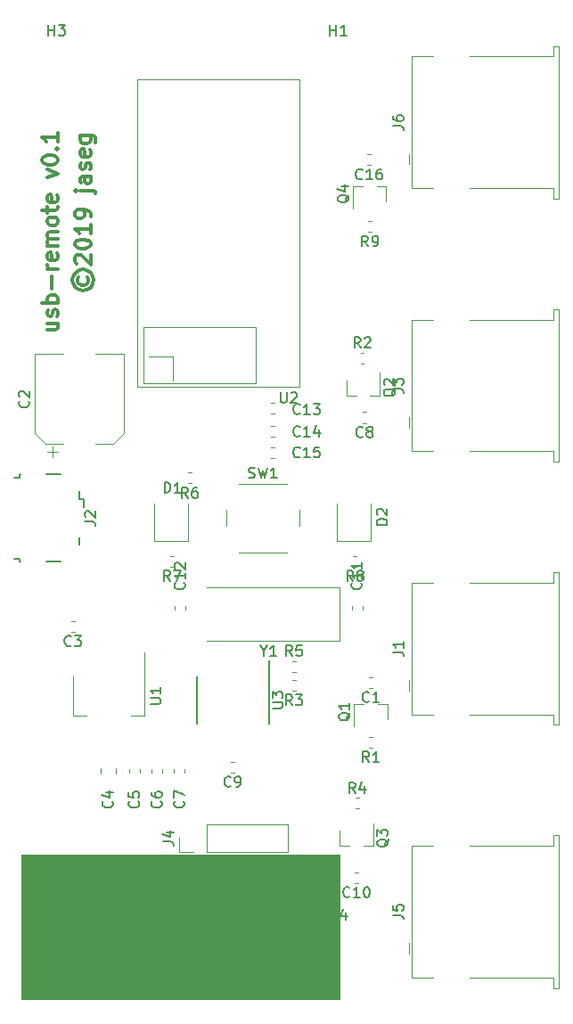
<source format=gbr>
G04 #@! TF.GenerationSoftware,KiCad,Pcbnew,(5.99.0-52-gefbc802f4)*
G04 #@! TF.CreationDate,2019-10-28T15:02:12+01:00*
G04 #@! TF.ProjectId,remote,72656d6f-7465-42e6-9b69-6361645f7063,rev?*
G04 #@! TF.SameCoordinates,Original*
G04 #@! TF.FileFunction,Legend,Top*
G04 #@! TF.FilePolarity,Positive*
%FSLAX46Y46*%
G04 Gerber Fmt 4.6, Leading zero omitted, Abs format (unit mm)*
G04 Created by KiCad (PCBNEW (5.99.0-52-gefbc802f4)) date 2019-10-28 15:02:12*
%MOMM*%
%LPD*%
G04 APERTURE LIST*
%ADD10C,0.100000*%
%ADD11C,0.300000*%
%ADD12C,0.120000*%
%ADD13C,0.150000*%
G04 APERTURE END LIST*
D10*
G36*
X182100000Y-164800000D02*
G01*
X151900000Y-164800000D01*
X151900000Y-151100000D01*
X182100000Y-151100000D01*
X182100000Y-164800000D01*
X182100000Y-164800000D01*
G37*
X182100000Y-164800000D02*
X151900000Y-164800000D01*
X151900000Y-151100000D01*
X182100000Y-151100000D01*
X182100000Y-164800000D01*
D11*
X157335714Y-96207142D02*
X157264285Y-96350000D01*
X157264285Y-96635714D01*
X157335714Y-96778571D01*
X157478571Y-96921428D01*
X157621428Y-96992857D01*
X157907142Y-96992857D01*
X158050000Y-96921428D01*
X158192857Y-96778571D01*
X158264285Y-96635714D01*
X158264285Y-96350000D01*
X158192857Y-96207142D01*
X156764285Y-96492857D02*
X156835714Y-96850000D01*
X157050000Y-97207142D01*
X157407142Y-97421428D01*
X157764285Y-97492857D01*
X158121428Y-97421428D01*
X158478571Y-97207142D01*
X158692857Y-96850000D01*
X158764285Y-96492857D01*
X158692857Y-96135714D01*
X158478571Y-95778571D01*
X158121428Y-95564285D01*
X157764285Y-95492857D01*
X157407142Y-95564285D01*
X157050000Y-95778571D01*
X156835714Y-96135714D01*
X156764285Y-96492857D01*
X157121428Y-94921428D02*
X157050000Y-94850000D01*
X156978571Y-94707142D01*
X156978571Y-94350000D01*
X157050000Y-94207142D01*
X157121428Y-94135714D01*
X157264285Y-94064285D01*
X157407142Y-94064285D01*
X157621428Y-94135714D01*
X158478571Y-94992857D01*
X158478571Y-94064285D01*
X156978571Y-93135714D02*
X156978571Y-92992857D01*
X157050000Y-92850000D01*
X157121428Y-92778571D01*
X157264285Y-92707142D01*
X157550000Y-92635714D01*
X157907142Y-92635714D01*
X158192857Y-92707142D01*
X158335714Y-92778571D01*
X158407142Y-92850000D01*
X158478571Y-92992857D01*
X158478571Y-93135714D01*
X158407142Y-93278571D01*
X158335714Y-93350000D01*
X158192857Y-93421428D01*
X157907142Y-93492857D01*
X157550000Y-93492857D01*
X157264285Y-93421428D01*
X157121428Y-93350000D01*
X157050000Y-93278571D01*
X156978571Y-93135714D01*
X158478571Y-91207142D02*
X158478571Y-92064285D01*
X158478571Y-91635714D02*
X156978571Y-91635714D01*
X157192857Y-91778571D01*
X157335714Y-91921428D01*
X157407142Y-92064285D01*
X158478571Y-90492857D02*
X158478571Y-90207142D01*
X158407142Y-90064285D01*
X158335714Y-89992857D01*
X158121428Y-89850000D01*
X157835714Y-89778571D01*
X157264285Y-89778571D01*
X157121428Y-89850000D01*
X157050000Y-89921428D01*
X156978571Y-90064285D01*
X156978571Y-90350000D01*
X157050000Y-90492857D01*
X157121428Y-90564285D01*
X157264285Y-90635714D01*
X157621428Y-90635714D01*
X157764285Y-90564285D01*
X157835714Y-90492857D01*
X157907142Y-90350000D01*
X157907142Y-90064285D01*
X157835714Y-89921428D01*
X157764285Y-89850000D01*
X157621428Y-89778571D01*
X157478571Y-87992857D02*
X158764285Y-87992857D01*
X158907142Y-88064285D01*
X158978571Y-88207142D01*
X158978571Y-88278571D01*
X156978571Y-87992857D02*
X157050000Y-88064285D01*
X157121428Y-87992857D01*
X157050000Y-87921428D01*
X156978571Y-87992857D01*
X157121428Y-87992857D01*
X158478571Y-86635714D02*
X157692857Y-86635714D01*
X157550000Y-86707142D01*
X157478571Y-86850000D01*
X157478571Y-87135714D01*
X157550000Y-87278571D01*
X158407142Y-86635714D02*
X158478571Y-86778571D01*
X158478571Y-87135714D01*
X158407142Y-87278571D01*
X158264285Y-87350000D01*
X158121428Y-87350000D01*
X157978571Y-87278571D01*
X157907142Y-87135714D01*
X157907142Y-86778571D01*
X157835714Y-86635714D01*
X158407142Y-85992857D02*
X158478571Y-85850000D01*
X158478571Y-85564285D01*
X158407142Y-85421428D01*
X158264285Y-85350000D01*
X158192857Y-85350000D01*
X158050000Y-85421428D01*
X157978571Y-85564285D01*
X157978571Y-85778571D01*
X157907142Y-85921428D01*
X157764285Y-85992857D01*
X157692857Y-85992857D01*
X157550000Y-85921428D01*
X157478571Y-85778571D01*
X157478571Y-85564285D01*
X157550000Y-85421428D01*
X158407142Y-84135714D02*
X158478571Y-84278571D01*
X158478571Y-84564285D01*
X158407142Y-84707142D01*
X158264285Y-84778571D01*
X157692857Y-84778571D01*
X157550000Y-84707142D01*
X157478571Y-84564285D01*
X157478571Y-84278571D01*
X157550000Y-84135714D01*
X157692857Y-84064285D01*
X157835714Y-84064285D01*
X157978571Y-84778571D01*
X157478571Y-82778571D02*
X158692857Y-82778571D01*
X158835714Y-82850000D01*
X158907142Y-82921428D01*
X158978571Y-83064285D01*
X158978571Y-83278571D01*
X158907142Y-83421428D01*
X158407142Y-82778571D02*
X158478571Y-82921428D01*
X158478571Y-83207142D01*
X158407142Y-83350000D01*
X158335714Y-83421428D01*
X158192857Y-83492857D01*
X157764285Y-83492857D01*
X157621428Y-83421428D01*
X157550000Y-83350000D01*
X157478571Y-83207142D01*
X157478571Y-82921428D01*
X157550000Y-82778571D01*
X154378571Y-100578571D02*
X155378571Y-100578571D01*
X154378571Y-101221428D02*
X155164285Y-101221428D01*
X155307142Y-101150000D01*
X155378571Y-101007142D01*
X155378571Y-100792857D01*
X155307142Y-100650000D01*
X155235714Y-100578571D01*
X155307142Y-99935714D02*
X155378571Y-99792857D01*
X155378571Y-99507142D01*
X155307142Y-99364285D01*
X155164285Y-99292857D01*
X155092857Y-99292857D01*
X154950000Y-99364285D01*
X154878571Y-99507142D01*
X154878571Y-99721428D01*
X154807142Y-99864285D01*
X154664285Y-99935714D01*
X154592857Y-99935714D01*
X154450000Y-99864285D01*
X154378571Y-99721428D01*
X154378571Y-99507142D01*
X154450000Y-99364285D01*
X155378571Y-98650000D02*
X153878571Y-98650000D01*
X154450000Y-98650000D02*
X154378571Y-98507142D01*
X154378571Y-98221428D01*
X154450000Y-98078571D01*
X154521428Y-98007142D01*
X154664285Y-97935714D01*
X155092857Y-97935714D01*
X155235714Y-98007142D01*
X155307142Y-98078571D01*
X155378571Y-98221428D01*
X155378571Y-98507142D01*
X155307142Y-98650000D01*
X154807142Y-97292857D02*
X154807142Y-96150000D01*
X155378571Y-95435714D02*
X154378571Y-95435714D01*
X154664285Y-95435714D02*
X154521428Y-95364285D01*
X154450000Y-95292857D01*
X154378571Y-95150000D01*
X154378571Y-95007142D01*
X155307142Y-93935714D02*
X155378571Y-94078571D01*
X155378571Y-94364285D01*
X155307142Y-94507142D01*
X155164285Y-94578571D01*
X154592857Y-94578571D01*
X154450000Y-94507142D01*
X154378571Y-94364285D01*
X154378571Y-94078571D01*
X154450000Y-93935714D01*
X154592857Y-93864285D01*
X154735714Y-93864285D01*
X154878571Y-94578571D01*
X155378571Y-93221428D02*
X154378571Y-93221428D01*
X154521428Y-93221428D02*
X154450000Y-93150000D01*
X154378571Y-93007142D01*
X154378571Y-92792857D01*
X154450000Y-92650000D01*
X154592857Y-92578571D01*
X155378571Y-92578571D01*
X154592857Y-92578571D02*
X154450000Y-92507142D01*
X154378571Y-92364285D01*
X154378571Y-92150000D01*
X154450000Y-92007142D01*
X154592857Y-91935714D01*
X155378571Y-91935714D01*
X155378571Y-91007142D02*
X155307142Y-91150000D01*
X155235714Y-91221428D01*
X155092857Y-91292857D01*
X154664285Y-91292857D01*
X154521428Y-91221428D01*
X154450000Y-91150000D01*
X154378571Y-91007142D01*
X154378571Y-90792857D01*
X154450000Y-90650000D01*
X154521428Y-90578571D01*
X154664285Y-90507142D01*
X155092857Y-90507142D01*
X155235714Y-90578571D01*
X155307142Y-90650000D01*
X155378571Y-90792857D01*
X155378571Y-91007142D01*
X154378571Y-90078571D02*
X154378571Y-89507142D01*
X153878571Y-89864285D02*
X155164285Y-89864285D01*
X155307142Y-89792857D01*
X155378571Y-89650000D01*
X155378571Y-89507142D01*
X155307142Y-88435714D02*
X155378571Y-88578571D01*
X155378571Y-88864285D01*
X155307142Y-89007142D01*
X155164285Y-89078571D01*
X154592857Y-89078571D01*
X154450000Y-89007142D01*
X154378571Y-88864285D01*
X154378571Y-88578571D01*
X154450000Y-88435714D01*
X154592857Y-88364285D01*
X154735714Y-88364285D01*
X154878571Y-89078571D01*
X154378571Y-86721428D02*
X155378571Y-86364285D01*
X154378571Y-86007142D01*
X153878571Y-85150000D02*
X153878571Y-85007142D01*
X153950000Y-84864285D01*
X154021428Y-84792857D01*
X154164285Y-84721428D01*
X154450000Y-84650000D01*
X154807142Y-84650000D01*
X155092857Y-84721428D01*
X155235714Y-84792857D01*
X155307142Y-84864285D01*
X155378571Y-85007142D01*
X155378571Y-85150000D01*
X155307142Y-85292857D01*
X155235714Y-85364285D01*
X155092857Y-85435714D01*
X154807142Y-85507142D01*
X154450000Y-85507142D01*
X154164285Y-85435714D01*
X154021428Y-85364285D01*
X153950000Y-85292857D01*
X153878571Y-85150000D01*
X155235714Y-84007142D02*
X155307142Y-83935714D01*
X155378571Y-84007142D01*
X155307142Y-84078571D01*
X155235714Y-84007142D01*
X155378571Y-84007142D01*
X155378571Y-82507142D02*
X155378571Y-83364285D01*
X155378571Y-82935714D02*
X153878571Y-82935714D01*
X154092857Y-83078571D01*
X154235714Y-83221428D01*
X154307142Y-83364285D01*
D12*
X169500000Y-130750000D02*
X182100000Y-130750000D01*
X182100000Y-130750000D02*
X182100000Y-125650000D01*
X182100000Y-125650000D02*
X169500000Y-125650000D01*
D13*
X168550000Y-134175000D02*
X168550000Y-138625000D01*
X175450000Y-132650000D02*
X175450000Y-138625000D01*
D12*
X163476000Y-106270000D02*
X163476000Y-100936000D01*
X163476000Y-100936000D02*
X174144000Y-100936000D01*
X174144000Y-100936000D02*
X174144000Y-106270000D01*
X174144000Y-106270000D02*
X174144000Y-106270000D01*
X163984000Y-103730000D02*
X166270000Y-103730000D01*
X166270000Y-103730000D02*
X166270000Y-106016000D01*
X166270000Y-106016000D02*
X166270000Y-106016000D01*
X162900000Y-106600000D02*
X162900000Y-77400000D01*
X162900000Y-77400000D02*
X178350000Y-77400000D01*
X178350000Y-77400000D02*
X178350000Y-106600000D01*
X178350000Y-106600000D02*
X162900000Y-106600000D01*
X162900000Y-106600000D02*
X162900000Y-106600000D01*
X174144000Y-106270000D02*
X163476000Y-106270000D01*
X163476000Y-106270000D02*
X163476000Y-106270000D01*
X156790000Y-137910000D02*
X158050000Y-137910000D01*
X163610000Y-137910000D02*
X162350000Y-137910000D01*
X156790000Y-134150000D02*
X156790000Y-137910000D01*
X163610000Y-131900000D02*
X163610000Y-137910000D01*
X172600000Y-122350000D02*
X177100000Y-122350000D01*
X171350000Y-118350000D02*
X171350000Y-119850000D01*
X177100000Y-115850000D02*
X172600000Y-115850000D01*
X178350000Y-119850000D02*
X178350000Y-118350000D01*
X185175279Y-91910000D02*
X184849721Y-91910000D01*
X185175279Y-90890000D02*
X184849721Y-90890000D01*
X183762779Y-123710000D02*
X183437221Y-123710000D01*
X183762779Y-122690000D02*
X183437221Y-122690000D01*
X166362779Y-123710000D02*
X166037221Y-123710000D01*
X166362779Y-122690000D02*
X166037221Y-122690000D01*
X168062779Y-115810000D02*
X167737221Y-115810000D01*
X168062779Y-114790000D02*
X167737221Y-114790000D01*
X177962779Y-133710000D02*
X177637221Y-133710000D01*
X177962779Y-132690000D02*
X177637221Y-132690000D01*
X183637221Y-145690000D02*
X183962779Y-145690000D01*
X183637221Y-146710000D02*
X183962779Y-146710000D01*
X177962779Y-135510000D02*
X177637221Y-135510000D01*
X177962779Y-134490000D02*
X177637221Y-134490000D01*
X184137221Y-103390000D02*
X184462779Y-103390000D01*
X184137221Y-104410000D02*
X184462779Y-104410000D01*
X185275279Y-140910000D02*
X184949721Y-140910000D01*
X185275279Y-139890000D02*
X184949721Y-139890000D01*
X186580000Y-87540000D02*
X185650000Y-87540000D01*
X183420000Y-87540000D02*
X184350000Y-87540000D01*
X183420000Y-87540000D02*
X183420000Y-89700000D01*
X186580000Y-87540000D02*
X186580000Y-89000000D01*
X182170000Y-150260000D02*
X183100000Y-150260000D01*
X185330000Y-150260000D02*
X184400000Y-150260000D01*
X185330000Y-150260000D02*
X185330000Y-148100000D01*
X182170000Y-150260000D02*
X182170000Y-148800000D01*
X182820000Y-107460000D02*
X183750000Y-107460000D01*
X185980000Y-107460000D02*
X185050000Y-107460000D01*
X185980000Y-107460000D02*
X185980000Y-105300000D01*
X182820000Y-107460000D02*
X182820000Y-106000000D01*
X186680000Y-136740000D02*
X185750000Y-136740000D01*
X183520000Y-136740000D02*
X184450000Y-136740000D01*
X183520000Y-136740000D02*
X183520000Y-138900000D01*
X186680000Y-136740000D02*
X186680000Y-138200000D01*
X188740000Y-85500000D02*
X188740000Y-84500000D01*
X202490000Y-88750000D02*
X202990000Y-88750000D01*
X202490000Y-87750000D02*
X202490000Y-88750000D01*
X194490000Y-87750000D02*
X202490000Y-87750000D01*
X188990000Y-87750000D02*
X190990000Y-87750000D01*
X188990000Y-75250000D02*
X188990000Y-87750000D01*
X190990000Y-75250000D02*
X188990000Y-75250000D01*
X202490000Y-75250000D02*
X194490000Y-75250000D01*
X202490000Y-74250000D02*
X202490000Y-75250000D01*
X202990000Y-74250000D02*
X202490000Y-74250000D01*
X202990000Y-88750000D02*
X202990000Y-74250000D01*
X188740000Y-160500000D02*
X188740000Y-159500000D01*
X202490000Y-163750000D02*
X202990000Y-163750000D01*
X202490000Y-162750000D02*
X202490000Y-163750000D01*
X194490000Y-162750000D02*
X202490000Y-162750000D01*
X188990000Y-162750000D02*
X190990000Y-162750000D01*
X188990000Y-150250000D02*
X188990000Y-162750000D01*
X190990000Y-150250000D02*
X188990000Y-150250000D01*
X202490000Y-150250000D02*
X194490000Y-150250000D01*
X202490000Y-149250000D02*
X202490000Y-150250000D01*
X202990000Y-149250000D02*
X202490000Y-149250000D01*
X202990000Y-163750000D02*
X202990000Y-149250000D01*
X177200000Y-150830000D02*
X177200000Y-148170000D01*
X169520000Y-150830000D02*
X177200000Y-150830000D01*
X169520000Y-148170000D02*
X177200000Y-148170000D01*
X169520000Y-150830000D02*
X169520000Y-148170000D01*
X168250000Y-150830000D02*
X166920000Y-150830000D01*
X166920000Y-150830000D02*
X166920000Y-149500000D01*
X188740000Y-110500000D02*
X188740000Y-109500000D01*
X202490000Y-113750000D02*
X202990000Y-113750000D01*
X202490000Y-112750000D02*
X202490000Y-113750000D01*
X194490000Y-112750000D02*
X202490000Y-112750000D01*
X188990000Y-112750000D02*
X190990000Y-112750000D01*
X188990000Y-100250000D02*
X188990000Y-112750000D01*
X190990000Y-100250000D02*
X188990000Y-100250000D01*
X202490000Y-100250000D02*
X194490000Y-100250000D01*
X202490000Y-99250000D02*
X202490000Y-100250000D01*
X202990000Y-99250000D02*
X202490000Y-99250000D01*
X202990000Y-113750000D02*
X202990000Y-99250000D01*
D13*
X155650000Y-114950000D02*
X154250000Y-114950000D01*
X151850000Y-114950000D02*
X151700000Y-114950000D01*
X151700000Y-114950000D02*
X151700000Y-115250000D01*
X151700000Y-115250000D02*
X151250000Y-115250000D01*
X151250000Y-122950000D02*
X151700000Y-122950000D01*
X151700000Y-122950000D02*
X151700000Y-123250000D01*
X151700000Y-123250000D02*
X151850000Y-123250000D01*
X154250000Y-123250000D02*
X155650000Y-123250000D01*
X157825000Y-118025000D02*
X157825000Y-117300000D01*
X157825000Y-117300000D02*
X157400000Y-117300000D01*
X157400000Y-117300000D02*
X157400000Y-116575000D01*
X157400000Y-120900000D02*
X157400000Y-121625000D01*
D12*
X188740000Y-135500000D02*
X188740000Y-134500000D01*
X202490000Y-138750000D02*
X202990000Y-138750000D01*
X202490000Y-137750000D02*
X202490000Y-138750000D01*
X194490000Y-137750000D02*
X202490000Y-137750000D01*
X188990000Y-137750000D02*
X190990000Y-137750000D01*
X188990000Y-125250000D02*
X188990000Y-137750000D01*
X190990000Y-125250000D02*
X188990000Y-125250000D01*
X202490000Y-125250000D02*
X194490000Y-125250000D01*
X202490000Y-124250000D02*
X202490000Y-125250000D01*
X202990000Y-124250000D02*
X202490000Y-124250000D01*
X202990000Y-138750000D02*
X202990000Y-124250000D01*
X181900000Y-117700000D02*
X181900000Y-121300000D01*
X185100000Y-117700000D02*
X185100000Y-121300000D01*
X181900000Y-121300000D02*
X185100000Y-121300000D01*
X164500000Y-117700000D02*
X164500000Y-121300000D01*
X167700000Y-117700000D02*
X167700000Y-121300000D01*
X164500000Y-121300000D02*
X167700000Y-121300000D01*
X185112779Y-85560000D02*
X184787221Y-85560000D01*
X185112779Y-84540000D02*
X184787221Y-84540000D01*
X175962779Y-113410000D02*
X175637221Y-113410000D01*
X175962779Y-112390000D02*
X175637221Y-112390000D01*
X175925279Y-111410000D02*
X175599721Y-111410000D01*
X175925279Y-110390000D02*
X175599721Y-110390000D01*
X175925279Y-109160000D02*
X175599721Y-109160000D01*
X175925279Y-108140000D02*
X175599721Y-108140000D01*
X166490000Y-127762779D02*
X166490000Y-127437221D01*
X167510000Y-127762779D02*
X167510000Y-127437221D01*
X183290000Y-127762779D02*
X183290000Y-127437221D01*
X184310000Y-127762779D02*
X184310000Y-127437221D01*
X183912779Y-153760000D02*
X183587221Y-153760000D01*
X183912779Y-152740000D02*
X183587221Y-152740000D01*
X172125279Y-143260000D02*
X171799721Y-143260000D01*
X172125279Y-142240000D02*
X171799721Y-142240000D01*
X184662779Y-110060000D02*
X184337221Y-110060000D01*
X184662779Y-109040000D02*
X184337221Y-109040000D01*
X167410000Y-142937221D02*
X167410000Y-143262779D01*
X166390000Y-142937221D02*
X166390000Y-143262779D01*
X165260000Y-142937221D02*
X165260000Y-143262779D01*
X164240000Y-142937221D02*
X164240000Y-143262779D01*
X163160000Y-142937221D02*
X163160000Y-143262779D01*
X162140000Y-142937221D02*
X162140000Y-143262779D01*
X160860000Y-142841422D02*
X160860000Y-143358578D01*
X159440000Y-142841422D02*
X159440000Y-143358578D01*
X156962779Y-129910000D02*
X156637221Y-129910000D01*
X156962779Y-128890000D02*
X156637221Y-128890000D01*
X161660000Y-103540000D02*
X158910000Y-103540000D01*
X153140000Y-103540000D02*
X155890000Y-103540000D01*
X153140000Y-110995563D02*
X153140000Y-103540000D01*
X161660000Y-110995563D02*
X161660000Y-103540000D01*
X160595563Y-112060000D02*
X158910000Y-112060000D01*
X154204437Y-112060000D02*
X155890000Y-112060000D01*
X154204437Y-112060000D02*
X153140000Y-110995563D01*
X160595563Y-112060000D02*
X161660000Y-110995563D01*
X154890000Y-113300000D02*
X154890000Y-112300000D01*
X154390000Y-112800000D02*
X155390000Y-112800000D01*
X185262779Y-135210000D02*
X184937221Y-135210000D01*
X185262779Y-134190000D02*
X184937221Y-134190000D01*
D13*
X174923809Y-131726190D02*
X174923809Y-132202380D01*
X174590476Y-131202380D02*
X174923809Y-131726190D01*
X175257142Y-131202380D01*
X176114285Y-132202380D02*
X175542857Y-132202380D01*
X175828571Y-132202380D02*
X175828571Y-131202380D01*
X175733333Y-131345238D01*
X175638095Y-131440476D01*
X175542857Y-131488095D01*
X181238095Y-157252380D02*
X181238095Y-156252380D01*
X181238095Y-156728571D02*
X181809523Y-156728571D01*
X181809523Y-157252380D02*
X181809523Y-156252380D01*
X182714285Y-156585714D02*
X182714285Y-157252380D01*
X182476190Y-156204761D02*
X182238095Y-156919047D01*
X182857142Y-156919047D01*
X154488095Y-73252380D02*
X154488095Y-72252380D01*
X154488095Y-72728571D02*
X155059523Y-72728571D01*
X155059523Y-73252380D02*
X155059523Y-72252380D01*
X155440476Y-72252380D02*
X156059523Y-72252380D01*
X155726190Y-72633333D01*
X155869047Y-72633333D01*
X155964285Y-72680952D01*
X156011904Y-72728571D01*
X156059523Y-72823809D01*
X156059523Y-73061904D01*
X156011904Y-73157142D01*
X155964285Y-73204761D01*
X155869047Y-73252380D01*
X155583333Y-73252380D01*
X155488095Y-73204761D01*
X155440476Y-73157142D01*
X154488095Y-157252380D02*
X154488095Y-156252380D01*
X154488095Y-156728571D02*
X155059523Y-156728571D01*
X155059523Y-157252380D02*
X155059523Y-156252380D01*
X155488095Y-156347619D02*
X155535714Y-156300000D01*
X155630952Y-156252380D01*
X155869047Y-156252380D01*
X155964285Y-156300000D01*
X156011904Y-156347619D01*
X156059523Y-156442857D01*
X156059523Y-156538095D01*
X156011904Y-156680952D01*
X155440476Y-157252380D01*
X156059523Y-157252380D01*
X181238095Y-73252380D02*
X181238095Y-72252380D01*
X181238095Y-72728571D02*
X181809523Y-72728571D01*
X181809523Y-73252380D02*
X181809523Y-72252380D01*
X182809523Y-73252380D02*
X182238095Y-73252380D01*
X182523809Y-73252380D02*
X182523809Y-72252380D01*
X182428571Y-72395238D01*
X182333333Y-72490476D01*
X182238095Y-72538095D01*
X175752380Y-137161904D02*
X176561904Y-137161904D01*
X176657142Y-137114285D01*
X176704761Y-137066666D01*
X176752380Y-136971428D01*
X176752380Y-136780952D01*
X176704761Y-136685714D01*
X176657142Y-136638095D01*
X176561904Y-136590476D01*
X175752380Y-136590476D01*
X175752380Y-136209523D02*
X175752380Y-135590476D01*
X176133333Y-135923809D01*
X176133333Y-135780952D01*
X176180952Y-135685714D01*
X176228571Y-135638095D01*
X176323809Y-135590476D01*
X176561904Y-135590476D01*
X176657142Y-135638095D01*
X176704761Y-135685714D01*
X176752380Y-135780952D01*
X176752380Y-136066666D01*
X176704761Y-136161904D01*
X176657142Y-136209523D01*
X176538095Y-107152380D02*
X176538095Y-107961904D01*
X176585714Y-108057142D01*
X176633333Y-108104761D01*
X176728571Y-108152380D01*
X176919047Y-108152380D01*
X177014285Y-108104761D01*
X177061904Y-108057142D01*
X177109523Y-107961904D01*
X177109523Y-107152380D01*
X177538095Y-107247619D02*
X177585714Y-107200000D01*
X177680952Y-107152380D01*
X177919047Y-107152380D01*
X178014285Y-107200000D01*
X178061904Y-107247619D01*
X178109523Y-107342857D01*
X178109523Y-107438095D01*
X178061904Y-107580952D01*
X177490476Y-108152380D01*
X178109523Y-108152380D01*
X164152380Y-136761904D02*
X164961904Y-136761904D01*
X165057142Y-136714285D01*
X165104761Y-136666666D01*
X165152380Y-136571428D01*
X165152380Y-136380952D01*
X165104761Y-136285714D01*
X165057142Y-136238095D01*
X164961904Y-136190476D01*
X164152380Y-136190476D01*
X165152380Y-135190476D02*
X165152380Y-135761904D01*
X165152380Y-135476190D02*
X164152380Y-135476190D01*
X164295238Y-135571428D01*
X164390476Y-135666666D01*
X164438095Y-135761904D01*
X173516666Y-115254761D02*
X173659523Y-115302380D01*
X173897619Y-115302380D01*
X173992857Y-115254761D01*
X174040476Y-115207142D01*
X174088095Y-115111904D01*
X174088095Y-115016666D01*
X174040476Y-114921428D01*
X173992857Y-114873809D01*
X173897619Y-114826190D01*
X173707142Y-114778571D01*
X173611904Y-114730952D01*
X173564285Y-114683333D01*
X173516666Y-114588095D01*
X173516666Y-114492857D01*
X173564285Y-114397619D01*
X173611904Y-114350000D01*
X173707142Y-114302380D01*
X173945238Y-114302380D01*
X174088095Y-114350000D01*
X174421428Y-114302380D02*
X174659523Y-115302380D01*
X174850000Y-114588095D01*
X175040476Y-115302380D01*
X175278571Y-114302380D01*
X176183333Y-115302380D02*
X175611904Y-115302380D01*
X175897619Y-115302380D02*
X175897619Y-114302380D01*
X175802380Y-114445238D01*
X175707142Y-114540476D01*
X175611904Y-114588095D01*
X184845833Y-93282380D02*
X184512500Y-92806190D01*
X184274404Y-93282380D02*
X184274404Y-92282380D01*
X184655357Y-92282380D01*
X184750595Y-92330000D01*
X184798214Y-92377619D01*
X184845833Y-92472857D01*
X184845833Y-92615714D01*
X184798214Y-92710952D01*
X184750595Y-92758571D01*
X184655357Y-92806190D01*
X184274404Y-92806190D01*
X185322023Y-93282380D02*
X185512500Y-93282380D01*
X185607738Y-93234761D01*
X185655357Y-93187142D01*
X185750595Y-93044285D01*
X185798214Y-92853809D01*
X185798214Y-92472857D01*
X185750595Y-92377619D01*
X185702976Y-92330000D01*
X185607738Y-92282380D01*
X185417261Y-92282380D01*
X185322023Y-92330000D01*
X185274404Y-92377619D01*
X185226785Y-92472857D01*
X185226785Y-92710952D01*
X185274404Y-92806190D01*
X185322023Y-92853809D01*
X185417261Y-92901428D01*
X185607738Y-92901428D01*
X185702976Y-92853809D01*
X185750595Y-92806190D01*
X185798214Y-92710952D01*
X183433333Y-125082380D02*
X183100000Y-124606190D01*
X182861904Y-125082380D02*
X182861904Y-124082380D01*
X183242857Y-124082380D01*
X183338095Y-124130000D01*
X183385714Y-124177619D01*
X183433333Y-124272857D01*
X183433333Y-124415714D01*
X183385714Y-124510952D01*
X183338095Y-124558571D01*
X183242857Y-124606190D01*
X182861904Y-124606190D01*
X184004761Y-124510952D02*
X183909523Y-124463333D01*
X183861904Y-124415714D01*
X183814285Y-124320476D01*
X183814285Y-124272857D01*
X183861904Y-124177619D01*
X183909523Y-124130000D01*
X184004761Y-124082380D01*
X184195238Y-124082380D01*
X184290476Y-124130000D01*
X184338095Y-124177619D01*
X184385714Y-124272857D01*
X184385714Y-124320476D01*
X184338095Y-124415714D01*
X184290476Y-124463333D01*
X184195238Y-124510952D01*
X184004761Y-124510952D01*
X183909523Y-124558571D01*
X183861904Y-124606190D01*
X183814285Y-124701428D01*
X183814285Y-124891904D01*
X183861904Y-124987142D01*
X183909523Y-125034761D01*
X184004761Y-125082380D01*
X184195238Y-125082380D01*
X184290476Y-125034761D01*
X184338095Y-124987142D01*
X184385714Y-124891904D01*
X184385714Y-124701428D01*
X184338095Y-124606190D01*
X184290476Y-124558571D01*
X184195238Y-124510952D01*
X166033333Y-125082380D02*
X165700000Y-124606190D01*
X165461904Y-125082380D02*
X165461904Y-124082380D01*
X165842857Y-124082380D01*
X165938095Y-124130000D01*
X165985714Y-124177619D01*
X166033333Y-124272857D01*
X166033333Y-124415714D01*
X165985714Y-124510952D01*
X165938095Y-124558571D01*
X165842857Y-124606190D01*
X165461904Y-124606190D01*
X166366666Y-124082380D02*
X167033333Y-124082380D01*
X166604761Y-125082380D01*
X167733333Y-117182380D02*
X167400000Y-116706190D01*
X167161904Y-117182380D02*
X167161904Y-116182380D01*
X167542857Y-116182380D01*
X167638095Y-116230000D01*
X167685714Y-116277619D01*
X167733333Y-116372857D01*
X167733333Y-116515714D01*
X167685714Y-116610952D01*
X167638095Y-116658571D01*
X167542857Y-116706190D01*
X167161904Y-116706190D01*
X168590476Y-116182380D02*
X168400000Y-116182380D01*
X168304761Y-116230000D01*
X168257142Y-116277619D01*
X168161904Y-116420476D01*
X168114285Y-116610952D01*
X168114285Y-116991904D01*
X168161904Y-117087142D01*
X168209523Y-117134761D01*
X168304761Y-117182380D01*
X168495238Y-117182380D01*
X168590476Y-117134761D01*
X168638095Y-117087142D01*
X168685714Y-116991904D01*
X168685714Y-116753809D01*
X168638095Y-116658571D01*
X168590476Y-116610952D01*
X168495238Y-116563333D01*
X168304761Y-116563333D01*
X168209523Y-116610952D01*
X168161904Y-116658571D01*
X168114285Y-116753809D01*
X177633333Y-132202380D02*
X177300000Y-131726190D01*
X177061904Y-132202380D02*
X177061904Y-131202380D01*
X177442857Y-131202380D01*
X177538095Y-131250000D01*
X177585714Y-131297619D01*
X177633333Y-131392857D01*
X177633333Y-131535714D01*
X177585714Y-131630952D01*
X177538095Y-131678571D01*
X177442857Y-131726190D01*
X177061904Y-131726190D01*
X178538095Y-131202380D02*
X178061904Y-131202380D01*
X178014285Y-131678571D01*
X178061904Y-131630952D01*
X178157142Y-131583333D01*
X178395238Y-131583333D01*
X178490476Y-131630952D01*
X178538095Y-131678571D01*
X178585714Y-131773809D01*
X178585714Y-132011904D01*
X178538095Y-132107142D01*
X178490476Y-132154761D01*
X178395238Y-132202380D01*
X178157142Y-132202380D01*
X178061904Y-132154761D01*
X178014285Y-132107142D01*
X183633333Y-145222380D02*
X183300000Y-144746190D01*
X183061904Y-145222380D02*
X183061904Y-144222380D01*
X183442857Y-144222380D01*
X183538095Y-144270000D01*
X183585714Y-144317619D01*
X183633333Y-144412857D01*
X183633333Y-144555714D01*
X183585714Y-144650952D01*
X183538095Y-144698571D01*
X183442857Y-144746190D01*
X183061904Y-144746190D01*
X184490476Y-144555714D02*
X184490476Y-145222380D01*
X184252380Y-144174761D02*
X184014285Y-144889047D01*
X184633333Y-144889047D01*
X177633333Y-136882380D02*
X177300000Y-136406190D01*
X177061904Y-136882380D02*
X177061904Y-135882380D01*
X177442857Y-135882380D01*
X177538095Y-135930000D01*
X177585714Y-135977619D01*
X177633333Y-136072857D01*
X177633333Y-136215714D01*
X177585714Y-136310952D01*
X177538095Y-136358571D01*
X177442857Y-136406190D01*
X177061904Y-136406190D01*
X177966666Y-135882380D02*
X178585714Y-135882380D01*
X178252380Y-136263333D01*
X178395238Y-136263333D01*
X178490476Y-136310952D01*
X178538095Y-136358571D01*
X178585714Y-136453809D01*
X178585714Y-136691904D01*
X178538095Y-136787142D01*
X178490476Y-136834761D01*
X178395238Y-136882380D01*
X178109523Y-136882380D01*
X178014285Y-136834761D01*
X177966666Y-136787142D01*
X184133333Y-102922380D02*
X183800000Y-102446190D01*
X183561904Y-102922380D02*
X183561904Y-101922380D01*
X183942857Y-101922380D01*
X184038095Y-101970000D01*
X184085714Y-102017619D01*
X184133333Y-102112857D01*
X184133333Y-102255714D01*
X184085714Y-102350952D01*
X184038095Y-102398571D01*
X183942857Y-102446190D01*
X183561904Y-102446190D01*
X184514285Y-102017619D02*
X184561904Y-101970000D01*
X184657142Y-101922380D01*
X184895238Y-101922380D01*
X184990476Y-101970000D01*
X185038095Y-102017619D01*
X185085714Y-102112857D01*
X185085714Y-102208095D01*
X185038095Y-102350952D01*
X184466666Y-102922380D01*
X185085714Y-102922380D01*
X184945833Y-142282380D02*
X184612500Y-141806190D01*
X184374404Y-142282380D02*
X184374404Y-141282380D01*
X184755357Y-141282380D01*
X184850595Y-141330000D01*
X184898214Y-141377619D01*
X184945833Y-141472857D01*
X184945833Y-141615714D01*
X184898214Y-141710952D01*
X184850595Y-141758571D01*
X184755357Y-141806190D01*
X184374404Y-141806190D01*
X185898214Y-142282380D02*
X185326785Y-142282380D01*
X185612500Y-142282380D02*
X185612500Y-141282380D01*
X185517261Y-141425238D01*
X185422023Y-141520476D01*
X185326785Y-141568095D01*
X183047619Y-88395238D02*
X183000000Y-88490476D01*
X182904761Y-88585714D01*
X182761904Y-88728571D01*
X182714285Y-88823809D01*
X182714285Y-88919047D01*
X182952380Y-88871428D02*
X182904761Y-88966666D01*
X182809523Y-89061904D01*
X182619047Y-89109523D01*
X182285714Y-89109523D01*
X182095238Y-89061904D01*
X182000000Y-88966666D01*
X181952380Y-88871428D01*
X181952380Y-88680952D01*
X182000000Y-88585714D01*
X182095238Y-88490476D01*
X182285714Y-88442857D01*
X182619047Y-88442857D01*
X182809523Y-88490476D01*
X182904761Y-88585714D01*
X182952380Y-88680952D01*
X182952380Y-88871428D01*
X182285714Y-87585714D02*
X182952380Y-87585714D01*
X181904761Y-87823809D02*
X182619047Y-88061904D01*
X182619047Y-87442857D01*
X186797619Y-149595238D02*
X186750000Y-149690476D01*
X186654761Y-149785714D01*
X186511904Y-149928571D01*
X186464285Y-150023809D01*
X186464285Y-150119047D01*
X186702380Y-150071428D02*
X186654761Y-150166666D01*
X186559523Y-150261904D01*
X186369047Y-150309523D01*
X186035714Y-150309523D01*
X185845238Y-150261904D01*
X185750000Y-150166666D01*
X185702380Y-150071428D01*
X185702380Y-149880952D01*
X185750000Y-149785714D01*
X185845238Y-149690476D01*
X186035714Y-149642857D01*
X186369047Y-149642857D01*
X186559523Y-149690476D01*
X186654761Y-149785714D01*
X186702380Y-149880952D01*
X186702380Y-150071428D01*
X185702380Y-149309523D02*
X185702380Y-148690476D01*
X186083333Y-149023809D01*
X186083333Y-148880952D01*
X186130952Y-148785714D01*
X186178571Y-148738095D01*
X186273809Y-148690476D01*
X186511904Y-148690476D01*
X186607142Y-148738095D01*
X186654761Y-148785714D01*
X186702380Y-148880952D01*
X186702380Y-149166666D01*
X186654761Y-149261904D01*
X186607142Y-149309523D01*
X187447619Y-106795238D02*
X187400000Y-106890476D01*
X187304761Y-106985714D01*
X187161904Y-107128571D01*
X187114285Y-107223809D01*
X187114285Y-107319047D01*
X187352380Y-107271428D02*
X187304761Y-107366666D01*
X187209523Y-107461904D01*
X187019047Y-107509523D01*
X186685714Y-107509523D01*
X186495238Y-107461904D01*
X186400000Y-107366666D01*
X186352380Y-107271428D01*
X186352380Y-107080952D01*
X186400000Y-106985714D01*
X186495238Y-106890476D01*
X186685714Y-106842857D01*
X187019047Y-106842857D01*
X187209523Y-106890476D01*
X187304761Y-106985714D01*
X187352380Y-107080952D01*
X187352380Y-107271428D01*
X186447619Y-106461904D02*
X186400000Y-106414285D01*
X186352380Y-106319047D01*
X186352380Y-106080952D01*
X186400000Y-105985714D01*
X186447619Y-105938095D01*
X186542857Y-105890476D01*
X186638095Y-105890476D01*
X186780952Y-105938095D01*
X187352380Y-106509523D01*
X187352380Y-105890476D01*
X183147619Y-137595238D02*
X183100000Y-137690476D01*
X183004761Y-137785714D01*
X182861904Y-137928571D01*
X182814285Y-138023809D01*
X182814285Y-138119047D01*
X183052380Y-138071428D02*
X183004761Y-138166666D01*
X182909523Y-138261904D01*
X182719047Y-138309523D01*
X182385714Y-138309523D01*
X182195238Y-138261904D01*
X182100000Y-138166666D01*
X182052380Y-138071428D01*
X182052380Y-137880952D01*
X182100000Y-137785714D01*
X182195238Y-137690476D01*
X182385714Y-137642857D01*
X182719047Y-137642857D01*
X182909523Y-137690476D01*
X183004761Y-137785714D01*
X183052380Y-137880952D01*
X183052380Y-138071428D01*
X183052380Y-136690476D02*
X183052380Y-137261904D01*
X183052380Y-136976190D02*
X182052380Y-136976190D01*
X182195238Y-137071428D01*
X182290476Y-137166666D01*
X182338095Y-137261904D01*
X187192380Y-81833333D02*
X187906666Y-81833333D01*
X188049523Y-81880952D01*
X188144761Y-81976190D01*
X188192380Y-82119047D01*
X188192380Y-82214285D01*
X187192380Y-80928571D02*
X187192380Y-81119047D01*
X187240000Y-81214285D01*
X187287619Y-81261904D01*
X187430476Y-81357142D01*
X187620952Y-81404761D01*
X188001904Y-81404761D01*
X188097142Y-81357142D01*
X188144761Y-81309523D01*
X188192380Y-81214285D01*
X188192380Y-81023809D01*
X188144761Y-80928571D01*
X188097142Y-80880952D01*
X188001904Y-80833333D01*
X187763809Y-80833333D01*
X187668571Y-80880952D01*
X187620952Y-80928571D01*
X187573333Y-81023809D01*
X187573333Y-81214285D01*
X187620952Y-81309523D01*
X187668571Y-81357142D01*
X187763809Y-81404761D01*
X187192380Y-156833333D02*
X187906666Y-156833333D01*
X188049523Y-156880952D01*
X188144761Y-156976190D01*
X188192380Y-157119047D01*
X188192380Y-157214285D01*
X187192380Y-155880952D02*
X187192380Y-156357142D01*
X187668571Y-156404761D01*
X187620952Y-156357142D01*
X187573333Y-156261904D01*
X187573333Y-156023809D01*
X187620952Y-155928571D01*
X187668571Y-155880952D01*
X187763809Y-155833333D01*
X188001904Y-155833333D01*
X188097142Y-155880952D01*
X188144761Y-155928571D01*
X188192380Y-156023809D01*
X188192380Y-156261904D01*
X188144761Y-156357142D01*
X188097142Y-156404761D01*
X165372380Y-149833333D02*
X166086666Y-149833333D01*
X166229523Y-149880952D01*
X166324761Y-149976190D01*
X166372380Y-150119047D01*
X166372380Y-150214285D01*
X165705714Y-148928571D02*
X166372380Y-148928571D01*
X165324761Y-149166666D02*
X166039047Y-149404761D01*
X166039047Y-148785714D01*
X187192380Y-106833333D02*
X187906666Y-106833333D01*
X188049523Y-106880952D01*
X188144761Y-106976190D01*
X188192380Y-107119047D01*
X188192380Y-107214285D01*
X187192380Y-106452380D02*
X187192380Y-105833333D01*
X187573333Y-106166666D01*
X187573333Y-106023809D01*
X187620952Y-105928571D01*
X187668571Y-105880952D01*
X187763809Y-105833333D01*
X188001904Y-105833333D01*
X188097142Y-105880952D01*
X188144761Y-105928571D01*
X188192380Y-106023809D01*
X188192380Y-106309523D01*
X188144761Y-106404761D01*
X188097142Y-106452380D01*
X157952380Y-119433333D02*
X158666666Y-119433333D01*
X158809523Y-119480952D01*
X158904761Y-119576190D01*
X158952380Y-119719047D01*
X158952380Y-119814285D01*
X158047619Y-119004761D02*
X158000000Y-118957142D01*
X157952380Y-118861904D01*
X157952380Y-118623809D01*
X158000000Y-118528571D01*
X158047619Y-118480952D01*
X158142857Y-118433333D01*
X158238095Y-118433333D01*
X158380952Y-118480952D01*
X158952380Y-119052380D01*
X158952380Y-118433333D01*
X187192380Y-131833333D02*
X187906666Y-131833333D01*
X188049523Y-131880952D01*
X188144761Y-131976190D01*
X188192380Y-132119047D01*
X188192380Y-132214285D01*
X188192380Y-130833333D02*
X188192380Y-131404761D01*
X188192380Y-131119047D02*
X187192380Y-131119047D01*
X187335238Y-131214285D01*
X187430476Y-131309523D01*
X187478095Y-131404761D01*
X186652380Y-119738095D02*
X185652380Y-119738095D01*
X185652380Y-119500000D01*
X185700000Y-119357142D01*
X185795238Y-119261904D01*
X185890476Y-119214285D01*
X186080952Y-119166666D01*
X186223809Y-119166666D01*
X186414285Y-119214285D01*
X186509523Y-119261904D01*
X186604761Y-119357142D01*
X186652380Y-119500000D01*
X186652380Y-119738095D01*
X185747619Y-118785714D02*
X185700000Y-118738095D01*
X185652380Y-118642857D01*
X185652380Y-118404761D01*
X185700000Y-118309523D01*
X185747619Y-118261904D01*
X185842857Y-118214285D01*
X185938095Y-118214285D01*
X186080952Y-118261904D01*
X186652380Y-118833333D01*
X186652380Y-118214285D01*
X165511904Y-116702380D02*
X165511904Y-115702380D01*
X165750000Y-115702380D01*
X165892857Y-115750000D01*
X165988095Y-115845238D01*
X166035714Y-115940476D01*
X166083333Y-116130952D01*
X166083333Y-116273809D01*
X166035714Y-116464285D01*
X165988095Y-116559523D01*
X165892857Y-116654761D01*
X165750000Y-116702380D01*
X165511904Y-116702380D01*
X167035714Y-116702380D02*
X166464285Y-116702380D01*
X166750000Y-116702380D02*
X166750000Y-115702380D01*
X166654761Y-115845238D01*
X166559523Y-115940476D01*
X166464285Y-115988095D01*
X184307142Y-86837142D02*
X184259523Y-86884761D01*
X184116666Y-86932380D01*
X184021428Y-86932380D01*
X183878571Y-86884761D01*
X183783333Y-86789523D01*
X183735714Y-86694285D01*
X183688095Y-86503809D01*
X183688095Y-86360952D01*
X183735714Y-86170476D01*
X183783333Y-86075238D01*
X183878571Y-85980000D01*
X184021428Y-85932380D01*
X184116666Y-85932380D01*
X184259523Y-85980000D01*
X184307142Y-86027619D01*
X185259523Y-86932380D02*
X184688095Y-86932380D01*
X184973809Y-86932380D02*
X184973809Y-85932380D01*
X184878571Y-86075238D01*
X184783333Y-86170476D01*
X184688095Y-86218095D01*
X186116666Y-85932380D02*
X185926190Y-85932380D01*
X185830952Y-85980000D01*
X185783333Y-86027619D01*
X185688095Y-86170476D01*
X185640476Y-86360952D01*
X185640476Y-86741904D01*
X185688095Y-86837142D01*
X185735714Y-86884761D01*
X185830952Y-86932380D01*
X186021428Y-86932380D01*
X186116666Y-86884761D01*
X186164285Y-86837142D01*
X186211904Y-86741904D01*
X186211904Y-86503809D01*
X186164285Y-86408571D01*
X186116666Y-86360952D01*
X186021428Y-86313333D01*
X185830952Y-86313333D01*
X185735714Y-86360952D01*
X185688095Y-86408571D01*
X185640476Y-86503809D01*
X178369642Y-113257142D02*
X178322023Y-113304761D01*
X178179166Y-113352380D01*
X178083928Y-113352380D01*
X177941071Y-113304761D01*
X177845833Y-113209523D01*
X177798214Y-113114285D01*
X177750595Y-112923809D01*
X177750595Y-112780952D01*
X177798214Y-112590476D01*
X177845833Y-112495238D01*
X177941071Y-112400000D01*
X178083928Y-112352380D01*
X178179166Y-112352380D01*
X178322023Y-112400000D01*
X178369642Y-112447619D01*
X179322023Y-113352380D02*
X178750595Y-113352380D01*
X179036309Y-113352380D02*
X179036309Y-112352380D01*
X178941071Y-112495238D01*
X178845833Y-112590476D01*
X178750595Y-112638095D01*
X180226785Y-112352380D02*
X179750595Y-112352380D01*
X179702976Y-112828571D01*
X179750595Y-112780952D01*
X179845833Y-112733333D01*
X180083928Y-112733333D01*
X180179166Y-112780952D01*
X180226785Y-112828571D01*
X180274404Y-112923809D01*
X180274404Y-113161904D01*
X180226785Y-113257142D01*
X180179166Y-113304761D01*
X180083928Y-113352380D01*
X179845833Y-113352380D01*
X179750595Y-113304761D01*
X179702976Y-113257142D01*
X178369642Y-111257142D02*
X178322023Y-111304761D01*
X178179166Y-111352380D01*
X178083928Y-111352380D01*
X177941071Y-111304761D01*
X177845833Y-111209523D01*
X177798214Y-111114285D01*
X177750595Y-110923809D01*
X177750595Y-110780952D01*
X177798214Y-110590476D01*
X177845833Y-110495238D01*
X177941071Y-110400000D01*
X178083928Y-110352380D01*
X178179166Y-110352380D01*
X178322023Y-110400000D01*
X178369642Y-110447619D01*
X179322023Y-111352380D02*
X178750595Y-111352380D01*
X179036309Y-111352380D02*
X179036309Y-110352380D01*
X178941071Y-110495238D01*
X178845833Y-110590476D01*
X178750595Y-110638095D01*
X180179166Y-110685714D02*
X180179166Y-111352380D01*
X179941071Y-110304761D02*
X179702976Y-111019047D01*
X180322023Y-111019047D01*
X178369642Y-109157142D02*
X178322023Y-109204761D01*
X178179166Y-109252380D01*
X178083928Y-109252380D01*
X177941071Y-109204761D01*
X177845833Y-109109523D01*
X177798214Y-109014285D01*
X177750595Y-108823809D01*
X177750595Y-108680952D01*
X177798214Y-108490476D01*
X177845833Y-108395238D01*
X177941071Y-108300000D01*
X178083928Y-108252380D01*
X178179166Y-108252380D01*
X178322023Y-108300000D01*
X178369642Y-108347619D01*
X179322023Y-109252380D02*
X178750595Y-109252380D01*
X179036309Y-109252380D02*
X179036309Y-108252380D01*
X178941071Y-108395238D01*
X178845833Y-108490476D01*
X178750595Y-108538095D01*
X179655357Y-108252380D02*
X180274404Y-108252380D01*
X179941071Y-108633333D01*
X180083928Y-108633333D01*
X180179166Y-108680952D01*
X180226785Y-108728571D01*
X180274404Y-108823809D01*
X180274404Y-109061904D01*
X180226785Y-109157142D01*
X180179166Y-109204761D01*
X180083928Y-109252380D01*
X179798214Y-109252380D01*
X179702976Y-109204761D01*
X179655357Y-109157142D01*
X167357142Y-125242857D02*
X167404761Y-125290476D01*
X167452380Y-125433333D01*
X167452380Y-125528571D01*
X167404761Y-125671428D01*
X167309523Y-125766666D01*
X167214285Y-125814285D01*
X167023809Y-125861904D01*
X166880952Y-125861904D01*
X166690476Y-125814285D01*
X166595238Y-125766666D01*
X166500000Y-125671428D01*
X166452380Y-125528571D01*
X166452380Y-125433333D01*
X166500000Y-125290476D01*
X166547619Y-125242857D01*
X167452380Y-124290476D02*
X167452380Y-124861904D01*
X167452380Y-124576190D02*
X166452380Y-124576190D01*
X166595238Y-124671428D01*
X166690476Y-124766666D01*
X166738095Y-124861904D01*
X166547619Y-123909523D02*
X166500000Y-123861904D01*
X166452380Y-123766666D01*
X166452380Y-123528571D01*
X166500000Y-123433333D01*
X166547619Y-123385714D01*
X166642857Y-123338095D01*
X166738095Y-123338095D01*
X166880952Y-123385714D01*
X167452380Y-123957142D01*
X167452380Y-123338095D01*
X184157142Y-125242857D02*
X184204761Y-125290476D01*
X184252380Y-125433333D01*
X184252380Y-125528571D01*
X184204761Y-125671428D01*
X184109523Y-125766666D01*
X184014285Y-125814285D01*
X183823809Y-125861904D01*
X183680952Y-125861904D01*
X183490476Y-125814285D01*
X183395238Y-125766666D01*
X183300000Y-125671428D01*
X183252380Y-125528571D01*
X183252380Y-125433333D01*
X183300000Y-125290476D01*
X183347619Y-125242857D01*
X184252380Y-124290476D02*
X184252380Y-124861904D01*
X184252380Y-124576190D02*
X183252380Y-124576190D01*
X183395238Y-124671428D01*
X183490476Y-124766666D01*
X183538095Y-124861904D01*
X184252380Y-123338095D02*
X184252380Y-123909523D01*
X184252380Y-123623809D02*
X183252380Y-123623809D01*
X183395238Y-123719047D01*
X183490476Y-123814285D01*
X183538095Y-123909523D01*
X183107142Y-155037142D02*
X183059523Y-155084761D01*
X182916666Y-155132380D01*
X182821428Y-155132380D01*
X182678571Y-155084761D01*
X182583333Y-154989523D01*
X182535714Y-154894285D01*
X182488095Y-154703809D01*
X182488095Y-154560952D01*
X182535714Y-154370476D01*
X182583333Y-154275238D01*
X182678571Y-154180000D01*
X182821428Y-154132380D01*
X182916666Y-154132380D01*
X183059523Y-154180000D01*
X183107142Y-154227619D01*
X184059523Y-155132380D02*
X183488095Y-155132380D01*
X183773809Y-155132380D02*
X183773809Y-154132380D01*
X183678571Y-154275238D01*
X183583333Y-154370476D01*
X183488095Y-154418095D01*
X184678571Y-154132380D02*
X184773809Y-154132380D01*
X184869047Y-154180000D01*
X184916666Y-154227619D01*
X184964285Y-154322857D01*
X185011904Y-154513333D01*
X185011904Y-154751428D01*
X184964285Y-154941904D01*
X184916666Y-155037142D01*
X184869047Y-155084761D01*
X184773809Y-155132380D01*
X184678571Y-155132380D01*
X184583333Y-155084761D01*
X184535714Y-155037142D01*
X184488095Y-154941904D01*
X184440476Y-154751428D01*
X184440476Y-154513333D01*
X184488095Y-154322857D01*
X184535714Y-154227619D01*
X184583333Y-154180000D01*
X184678571Y-154132380D01*
X171795833Y-144537142D02*
X171748214Y-144584761D01*
X171605357Y-144632380D01*
X171510119Y-144632380D01*
X171367261Y-144584761D01*
X171272023Y-144489523D01*
X171224404Y-144394285D01*
X171176785Y-144203809D01*
X171176785Y-144060952D01*
X171224404Y-143870476D01*
X171272023Y-143775238D01*
X171367261Y-143680000D01*
X171510119Y-143632380D01*
X171605357Y-143632380D01*
X171748214Y-143680000D01*
X171795833Y-143727619D01*
X172272023Y-144632380D02*
X172462500Y-144632380D01*
X172557738Y-144584761D01*
X172605357Y-144537142D01*
X172700595Y-144394285D01*
X172748214Y-144203809D01*
X172748214Y-143822857D01*
X172700595Y-143727619D01*
X172652976Y-143680000D01*
X172557738Y-143632380D01*
X172367261Y-143632380D01*
X172272023Y-143680000D01*
X172224404Y-143727619D01*
X172176785Y-143822857D01*
X172176785Y-144060952D01*
X172224404Y-144156190D01*
X172272023Y-144203809D01*
X172367261Y-144251428D01*
X172557738Y-144251428D01*
X172652976Y-144203809D01*
X172700595Y-144156190D01*
X172748214Y-144060952D01*
X184333333Y-111337142D02*
X184285714Y-111384761D01*
X184142857Y-111432380D01*
X184047619Y-111432380D01*
X183904761Y-111384761D01*
X183809523Y-111289523D01*
X183761904Y-111194285D01*
X183714285Y-111003809D01*
X183714285Y-110860952D01*
X183761904Y-110670476D01*
X183809523Y-110575238D01*
X183904761Y-110480000D01*
X184047619Y-110432380D01*
X184142857Y-110432380D01*
X184285714Y-110480000D01*
X184333333Y-110527619D01*
X184904761Y-110860952D02*
X184809523Y-110813333D01*
X184761904Y-110765714D01*
X184714285Y-110670476D01*
X184714285Y-110622857D01*
X184761904Y-110527619D01*
X184809523Y-110480000D01*
X184904761Y-110432380D01*
X185095238Y-110432380D01*
X185190476Y-110480000D01*
X185238095Y-110527619D01*
X185285714Y-110622857D01*
X185285714Y-110670476D01*
X185238095Y-110765714D01*
X185190476Y-110813333D01*
X185095238Y-110860952D01*
X184904761Y-110860952D01*
X184809523Y-110908571D01*
X184761904Y-110956190D01*
X184714285Y-111051428D01*
X184714285Y-111241904D01*
X184761904Y-111337142D01*
X184809523Y-111384761D01*
X184904761Y-111432380D01*
X185095238Y-111432380D01*
X185190476Y-111384761D01*
X185238095Y-111337142D01*
X185285714Y-111241904D01*
X185285714Y-111051428D01*
X185238095Y-110956190D01*
X185190476Y-110908571D01*
X185095238Y-110860952D01*
X167307142Y-146016666D02*
X167354761Y-146064285D01*
X167402380Y-146207142D01*
X167402380Y-146302380D01*
X167354761Y-146445238D01*
X167259523Y-146540476D01*
X167164285Y-146588095D01*
X166973809Y-146635714D01*
X166830952Y-146635714D01*
X166640476Y-146588095D01*
X166545238Y-146540476D01*
X166450000Y-146445238D01*
X166402380Y-146302380D01*
X166402380Y-146207142D01*
X166450000Y-146064285D01*
X166497619Y-146016666D01*
X166402380Y-145683333D02*
X166402380Y-145016666D01*
X167402380Y-145445238D01*
X165157142Y-146016666D02*
X165204761Y-146064285D01*
X165252380Y-146207142D01*
X165252380Y-146302380D01*
X165204761Y-146445238D01*
X165109523Y-146540476D01*
X165014285Y-146588095D01*
X164823809Y-146635714D01*
X164680952Y-146635714D01*
X164490476Y-146588095D01*
X164395238Y-146540476D01*
X164300000Y-146445238D01*
X164252380Y-146302380D01*
X164252380Y-146207142D01*
X164300000Y-146064285D01*
X164347619Y-146016666D01*
X164252380Y-145159523D02*
X164252380Y-145350000D01*
X164300000Y-145445238D01*
X164347619Y-145492857D01*
X164490476Y-145588095D01*
X164680952Y-145635714D01*
X165061904Y-145635714D01*
X165157142Y-145588095D01*
X165204761Y-145540476D01*
X165252380Y-145445238D01*
X165252380Y-145254761D01*
X165204761Y-145159523D01*
X165157142Y-145111904D01*
X165061904Y-145064285D01*
X164823809Y-145064285D01*
X164728571Y-145111904D01*
X164680952Y-145159523D01*
X164633333Y-145254761D01*
X164633333Y-145445238D01*
X164680952Y-145540476D01*
X164728571Y-145588095D01*
X164823809Y-145635714D01*
X163007142Y-146016666D02*
X163054761Y-146064285D01*
X163102380Y-146207142D01*
X163102380Y-146302380D01*
X163054761Y-146445238D01*
X162959523Y-146540476D01*
X162864285Y-146588095D01*
X162673809Y-146635714D01*
X162530952Y-146635714D01*
X162340476Y-146588095D01*
X162245238Y-146540476D01*
X162150000Y-146445238D01*
X162102380Y-146302380D01*
X162102380Y-146207142D01*
X162150000Y-146064285D01*
X162197619Y-146016666D01*
X162102380Y-145111904D02*
X162102380Y-145588095D01*
X162578571Y-145635714D01*
X162530952Y-145588095D01*
X162483333Y-145492857D01*
X162483333Y-145254761D01*
X162530952Y-145159523D01*
X162578571Y-145111904D01*
X162673809Y-145064285D01*
X162911904Y-145064285D01*
X163007142Y-145111904D01*
X163054761Y-145159523D01*
X163102380Y-145254761D01*
X163102380Y-145492857D01*
X163054761Y-145588095D01*
X163007142Y-145635714D01*
X160507142Y-146016666D02*
X160554761Y-146064285D01*
X160602380Y-146207142D01*
X160602380Y-146302380D01*
X160554761Y-146445238D01*
X160459523Y-146540476D01*
X160364285Y-146588095D01*
X160173809Y-146635714D01*
X160030952Y-146635714D01*
X159840476Y-146588095D01*
X159745238Y-146540476D01*
X159650000Y-146445238D01*
X159602380Y-146302380D01*
X159602380Y-146207142D01*
X159650000Y-146064285D01*
X159697619Y-146016666D01*
X159935714Y-145159523D02*
X160602380Y-145159523D01*
X159554761Y-145397619D02*
X160269047Y-145635714D01*
X160269047Y-145016666D01*
X156633333Y-131187142D02*
X156585714Y-131234761D01*
X156442857Y-131282380D01*
X156347619Y-131282380D01*
X156204761Y-131234761D01*
X156109523Y-131139523D01*
X156061904Y-131044285D01*
X156014285Y-130853809D01*
X156014285Y-130710952D01*
X156061904Y-130520476D01*
X156109523Y-130425238D01*
X156204761Y-130330000D01*
X156347619Y-130282380D01*
X156442857Y-130282380D01*
X156585714Y-130330000D01*
X156633333Y-130377619D01*
X156966666Y-130282380D02*
X157585714Y-130282380D01*
X157252380Y-130663333D01*
X157395238Y-130663333D01*
X157490476Y-130710952D01*
X157538095Y-130758571D01*
X157585714Y-130853809D01*
X157585714Y-131091904D01*
X157538095Y-131187142D01*
X157490476Y-131234761D01*
X157395238Y-131282380D01*
X157109523Y-131282380D01*
X157014285Y-131234761D01*
X156966666Y-131187142D01*
X152557142Y-107966666D02*
X152604761Y-108014285D01*
X152652380Y-108157142D01*
X152652380Y-108252380D01*
X152604761Y-108395238D01*
X152509523Y-108490476D01*
X152414285Y-108538095D01*
X152223809Y-108585714D01*
X152080952Y-108585714D01*
X151890476Y-108538095D01*
X151795238Y-108490476D01*
X151700000Y-108395238D01*
X151652380Y-108252380D01*
X151652380Y-108157142D01*
X151700000Y-108014285D01*
X151747619Y-107966666D01*
X151747619Y-107585714D02*
X151700000Y-107538095D01*
X151652380Y-107442857D01*
X151652380Y-107204761D01*
X151700000Y-107109523D01*
X151747619Y-107061904D01*
X151842857Y-107014285D01*
X151938095Y-107014285D01*
X152080952Y-107061904D01*
X152652380Y-107633333D01*
X152652380Y-107014285D01*
X184933333Y-136487142D02*
X184885714Y-136534761D01*
X184742857Y-136582380D01*
X184647619Y-136582380D01*
X184504761Y-136534761D01*
X184409523Y-136439523D01*
X184361904Y-136344285D01*
X184314285Y-136153809D01*
X184314285Y-136010952D01*
X184361904Y-135820476D01*
X184409523Y-135725238D01*
X184504761Y-135630000D01*
X184647619Y-135582380D01*
X184742857Y-135582380D01*
X184885714Y-135630000D01*
X184933333Y-135677619D01*
X185885714Y-136582380D02*
X185314285Y-136582380D01*
X185600000Y-136582380D02*
X185600000Y-135582380D01*
X185504761Y-135725238D01*
X185409523Y-135820476D01*
X185314285Y-135868095D01*
M02*

</source>
